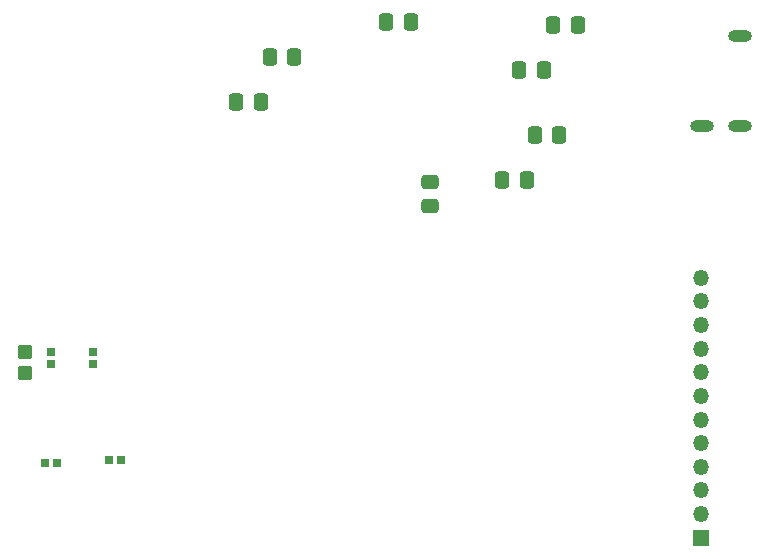
<source format=gbr>
%TF.GenerationSoftware,KiCad,Pcbnew,7.0.3*%
%TF.CreationDate,2023-06-15T19:17:25+02:00*%
%TF.ProjectId,osc_v2,6f73635f-7632-42e6-9b69-6361645f7063,rev?*%
%TF.SameCoordinates,PX4300198PY9aaf9c0*%
%TF.FileFunction,Soldermask,Bot*%
%TF.FilePolarity,Negative*%
%FSLAX46Y46*%
G04 Gerber Fmt 4.6, Leading zero omitted, Abs format (unit mm)*
G04 Created by KiCad (PCBNEW 7.0.3) date 2023-06-15 19:17:25*
%MOMM*%
%LPD*%
G01*
G04 APERTURE LIST*
G04 Aperture macros list*
%AMRoundRect*
0 Rectangle with rounded corners*
0 $1 Rounding radius*
0 $2 $3 $4 $5 $6 $7 $8 $9 X,Y pos of 4 corners*
0 Add a 4 corners polygon primitive as box body*
4,1,4,$2,$3,$4,$5,$6,$7,$8,$9,$2,$3,0*
0 Add four circle primitives for the rounded corners*
1,1,$1+$1,$2,$3*
1,1,$1+$1,$4,$5*
1,1,$1+$1,$6,$7*
1,1,$1+$1,$8,$9*
0 Add four rect primitives between the rounded corners*
20,1,$1+$1,$2,$3,$4,$5,0*
20,1,$1+$1,$4,$5,$6,$7,0*
20,1,$1+$1,$6,$7,$8,$9,0*
20,1,$1+$1,$8,$9,$2,$3,0*%
G04 Aperture macros list end*
%ADD10R,1.350000X1.350000*%
%ADD11O,1.350000X1.350000*%
%ADD12O,2.016000X1.008000*%
%ADD13RoundRect,0.050800X-0.300000X0.300000X-0.300000X-0.300000X0.300000X-0.300000X0.300000X0.300000X0*%
%ADD14RoundRect,0.250000X0.337500X0.475000X-0.337500X0.475000X-0.337500X-0.475000X0.337500X-0.475000X0*%
%ADD15RoundRect,0.050800X0.300000X0.300000X-0.300000X0.300000X-0.300000X-0.300000X0.300000X-0.300000X0*%
%ADD16RoundRect,0.250000X-0.337500X-0.475000X0.337500X-0.475000X0.337500X0.475000X-0.337500X0.475000X0*%
%ADD17RoundRect,0.050800X0.300000X-0.300000X0.300000X0.300000X-0.300000X0.300000X-0.300000X-0.300000X0*%
%ADD18RoundRect,0.050800X0.500000X-0.537500X0.500000X0.537500X-0.500000X0.537500X-0.500000X-0.537500X0*%
%ADD19RoundRect,0.250000X-0.475000X0.337500X-0.475000X-0.337500X0.475000X-0.337500X0.475000X0.337500X0*%
G04 APERTURE END LIST*
D10*
%TO.C,J2*%
X73480000Y3240000D03*
D11*
X73480000Y5240000D03*
X73480000Y7240000D03*
X73480000Y9240000D03*
X73480000Y11240000D03*
X73480000Y13240000D03*
X73480000Y15240000D03*
X73480000Y17240000D03*
X73480000Y19240000D03*
X73480000Y21240000D03*
X73480000Y23240000D03*
X73480000Y25240000D03*
%TD*%
D12*
%TO.C,J3*%
X76790000Y45690000D03*
X73590000Y38090000D03*
X76790000Y38090000D03*
%TD*%
D13*
%TO.C,C12*%
X22054838Y18933162D03*
X22054838Y17917162D03*
%TD*%
D14*
%TO.C,C25*%
X48907500Y46890000D03*
X46832500Y46890000D03*
%TD*%
D15*
%TO.C,C13*%
X24408000Y9800000D03*
X23392000Y9800000D03*
%TD*%
D16*
%TO.C,C7*%
X60992500Y46630000D03*
X63067500Y46630000D03*
%TD*%
%TO.C,C24*%
X36995000Y43950000D03*
X39070000Y43950000D03*
%TD*%
D15*
%TO.C,C21*%
X19008000Y9600000D03*
X17992000Y9600000D03*
%TD*%
D17*
%TO.C,C19*%
X18500000Y17909162D03*
X18500000Y18925162D03*
%TD*%
D18*
%TO.C,C14*%
X16254838Y17225162D03*
X16254838Y18925162D03*
%TD*%
D16*
%TO.C,C6*%
X58092500Y42880000D03*
X60167500Y42880000D03*
%TD*%
D19*
%TO.C,C8*%
X50580000Y33387500D03*
X50580000Y31312500D03*
%TD*%
D16*
%TO.C,C23*%
X34145000Y40100000D03*
X36220000Y40100000D03*
%TD*%
%TO.C,C4*%
X56687500Y33525000D03*
X58762500Y33525000D03*
%TD*%
%TO.C,C5*%
X59437500Y37325000D03*
X61512500Y37325000D03*
%TD*%
M02*

</source>
